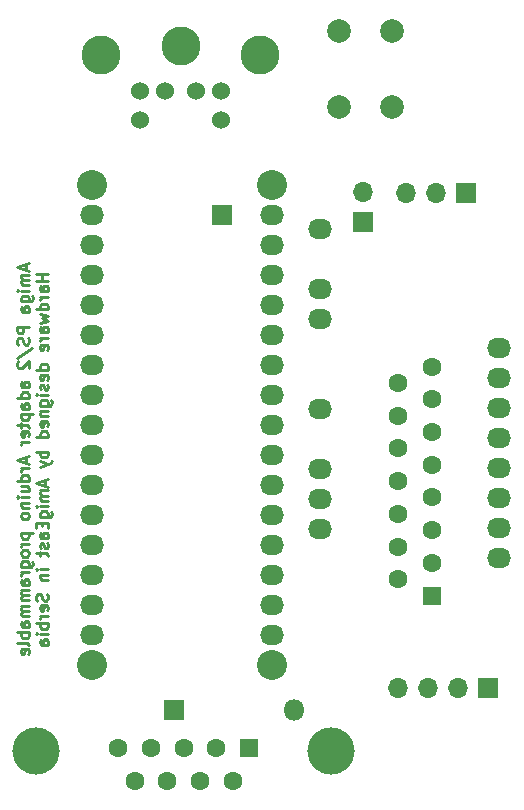
<source format=gbr>
%TF.GenerationSoftware,KiCad,Pcbnew,(6.0.2)*%
%TF.CreationDate,2024-03-24T18:16:07+01:00*%
%TF.ProjectId,amigaps2 revision1.105,616d6967-6170-4733-9220-726576697369,rev?*%
%TF.SameCoordinates,Original*%
%TF.FileFunction,Soldermask,Bot*%
%TF.FilePolarity,Negative*%
%FSLAX46Y46*%
G04 Gerber Fmt 4.6, Leading zero omitted, Abs format (unit mm)*
G04 Created by KiCad (PCBNEW (6.0.2)) date 2024-03-24 18:16:07*
%MOMM*%
%LPD*%
G01*
G04 APERTURE LIST*
%ADD10C,0.250000*%
%ADD11O,2.032000X1.727200*%
%ADD12C,2.540000*%
%ADD13R,1.700000X1.700000*%
%ADD14O,1.700000X1.700000*%
%ADD15C,1.600000*%
%ADD16C,4.000000*%
%ADD17R,1.600000X1.600000*%
%ADD18R,1.800000X1.800000*%
%ADD19O,1.800000X1.800000*%
%ADD20C,1.524000*%
%ADD21C,3.300000*%
%ADD22C,2.000000*%
G04 APERTURE END LIST*
D10*
X133851666Y-75386190D02*
X133851666Y-75862380D01*
X134137380Y-75290952D02*
X133137380Y-75624285D01*
X134137380Y-75957619D01*
X134137380Y-76290952D02*
X133470714Y-76290952D01*
X133565952Y-76290952D02*
X133518333Y-76338571D01*
X133470714Y-76433809D01*
X133470714Y-76576666D01*
X133518333Y-76671904D01*
X133613571Y-76719523D01*
X134137380Y-76719523D01*
X133613571Y-76719523D02*
X133518333Y-76767142D01*
X133470714Y-76862380D01*
X133470714Y-77005238D01*
X133518333Y-77100476D01*
X133613571Y-77148095D01*
X134137380Y-77148095D01*
X134137380Y-77624285D02*
X133470714Y-77624285D01*
X133137380Y-77624285D02*
X133185000Y-77576666D01*
X133232619Y-77624285D01*
X133185000Y-77671904D01*
X133137380Y-77624285D01*
X133232619Y-77624285D01*
X133470714Y-78529047D02*
X134280238Y-78529047D01*
X134375476Y-78481428D01*
X134423095Y-78433809D01*
X134470714Y-78338571D01*
X134470714Y-78195714D01*
X134423095Y-78100476D01*
X134089761Y-78529047D02*
X134137380Y-78433809D01*
X134137380Y-78243333D01*
X134089761Y-78148095D01*
X134042142Y-78100476D01*
X133946904Y-78052857D01*
X133661190Y-78052857D01*
X133565952Y-78100476D01*
X133518333Y-78148095D01*
X133470714Y-78243333D01*
X133470714Y-78433809D01*
X133518333Y-78529047D01*
X134137380Y-79433809D02*
X133613571Y-79433809D01*
X133518333Y-79386190D01*
X133470714Y-79290952D01*
X133470714Y-79100476D01*
X133518333Y-79005238D01*
X134089761Y-79433809D02*
X134137380Y-79338571D01*
X134137380Y-79100476D01*
X134089761Y-79005238D01*
X133994523Y-78957619D01*
X133899285Y-78957619D01*
X133804047Y-79005238D01*
X133756428Y-79100476D01*
X133756428Y-79338571D01*
X133708809Y-79433809D01*
X134137380Y-80671904D02*
X133137380Y-80671904D01*
X133137380Y-81052857D01*
X133185000Y-81148095D01*
X133232619Y-81195714D01*
X133327857Y-81243333D01*
X133470714Y-81243333D01*
X133565952Y-81195714D01*
X133613571Y-81148095D01*
X133661190Y-81052857D01*
X133661190Y-80671904D01*
X134089761Y-81624285D02*
X134137380Y-81767142D01*
X134137380Y-82005238D01*
X134089761Y-82100476D01*
X134042142Y-82148095D01*
X133946904Y-82195714D01*
X133851666Y-82195714D01*
X133756428Y-82148095D01*
X133708809Y-82100476D01*
X133661190Y-82005238D01*
X133613571Y-81814761D01*
X133565952Y-81719523D01*
X133518333Y-81671904D01*
X133423095Y-81624285D01*
X133327857Y-81624285D01*
X133232619Y-81671904D01*
X133185000Y-81719523D01*
X133137380Y-81814761D01*
X133137380Y-82052857D01*
X133185000Y-82195714D01*
X133089761Y-83338571D02*
X134375476Y-82481428D01*
X133232619Y-83624285D02*
X133185000Y-83671904D01*
X133137380Y-83767142D01*
X133137380Y-84005238D01*
X133185000Y-84100476D01*
X133232619Y-84148095D01*
X133327857Y-84195714D01*
X133423095Y-84195714D01*
X133565952Y-84148095D01*
X134137380Y-83576666D01*
X134137380Y-84195714D01*
X134137380Y-85814761D02*
X133613571Y-85814761D01*
X133518333Y-85767142D01*
X133470714Y-85671904D01*
X133470714Y-85481428D01*
X133518333Y-85386190D01*
X134089761Y-85814761D02*
X134137380Y-85719523D01*
X134137380Y-85481428D01*
X134089761Y-85386190D01*
X133994523Y-85338571D01*
X133899285Y-85338571D01*
X133804047Y-85386190D01*
X133756428Y-85481428D01*
X133756428Y-85719523D01*
X133708809Y-85814761D01*
X134137380Y-86719523D02*
X133137380Y-86719523D01*
X134089761Y-86719523D02*
X134137380Y-86624285D01*
X134137380Y-86433809D01*
X134089761Y-86338571D01*
X134042142Y-86290952D01*
X133946904Y-86243333D01*
X133661190Y-86243333D01*
X133565952Y-86290952D01*
X133518333Y-86338571D01*
X133470714Y-86433809D01*
X133470714Y-86624285D01*
X133518333Y-86719523D01*
X134137380Y-87624285D02*
X133613571Y-87624285D01*
X133518333Y-87576666D01*
X133470714Y-87481428D01*
X133470714Y-87290952D01*
X133518333Y-87195714D01*
X134089761Y-87624285D02*
X134137380Y-87529047D01*
X134137380Y-87290952D01*
X134089761Y-87195714D01*
X133994523Y-87148095D01*
X133899285Y-87148095D01*
X133804047Y-87195714D01*
X133756428Y-87290952D01*
X133756428Y-87529047D01*
X133708809Y-87624285D01*
X133470714Y-88100476D02*
X134470714Y-88100476D01*
X133518333Y-88100476D02*
X133470714Y-88195714D01*
X133470714Y-88386190D01*
X133518333Y-88481428D01*
X133565952Y-88529047D01*
X133661190Y-88576666D01*
X133946904Y-88576666D01*
X134042142Y-88529047D01*
X134089761Y-88481428D01*
X134137380Y-88386190D01*
X134137380Y-88195714D01*
X134089761Y-88100476D01*
X133470714Y-88862380D02*
X133470714Y-89243333D01*
X133137380Y-89005238D02*
X133994523Y-89005238D01*
X134089761Y-89052857D01*
X134137380Y-89148095D01*
X134137380Y-89243333D01*
X134089761Y-89957619D02*
X134137380Y-89862380D01*
X134137380Y-89671904D01*
X134089761Y-89576666D01*
X133994523Y-89529047D01*
X133613571Y-89529047D01*
X133518333Y-89576666D01*
X133470714Y-89671904D01*
X133470714Y-89862380D01*
X133518333Y-89957619D01*
X133613571Y-90005238D01*
X133708809Y-90005238D01*
X133804047Y-89529047D01*
X134137380Y-90433809D02*
X133470714Y-90433809D01*
X133661190Y-90433809D02*
X133565952Y-90481428D01*
X133518333Y-90529047D01*
X133470714Y-90624285D01*
X133470714Y-90719523D01*
X133851666Y-91767142D02*
X133851666Y-92243333D01*
X134137380Y-91671904D02*
X133137380Y-92005238D01*
X134137380Y-92338571D01*
X134137380Y-92671904D02*
X133470714Y-92671904D01*
X133661190Y-92671904D02*
X133565952Y-92719523D01*
X133518333Y-92767142D01*
X133470714Y-92862380D01*
X133470714Y-92957619D01*
X134137380Y-93719523D02*
X133137380Y-93719523D01*
X134089761Y-93719523D02*
X134137380Y-93624285D01*
X134137380Y-93433809D01*
X134089761Y-93338571D01*
X134042142Y-93290952D01*
X133946904Y-93243333D01*
X133661190Y-93243333D01*
X133565952Y-93290952D01*
X133518333Y-93338571D01*
X133470714Y-93433809D01*
X133470714Y-93624285D01*
X133518333Y-93719523D01*
X133470714Y-94624285D02*
X134137380Y-94624285D01*
X133470714Y-94195714D02*
X133994523Y-94195714D01*
X134089761Y-94243333D01*
X134137380Y-94338571D01*
X134137380Y-94481428D01*
X134089761Y-94576666D01*
X134042142Y-94624285D01*
X134137380Y-95100476D02*
X133470714Y-95100476D01*
X133137380Y-95100476D02*
X133185000Y-95052857D01*
X133232619Y-95100476D01*
X133185000Y-95148095D01*
X133137380Y-95100476D01*
X133232619Y-95100476D01*
X133470714Y-95576666D02*
X134137380Y-95576666D01*
X133565952Y-95576666D02*
X133518333Y-95624285D01*
X133470714Y-95719523D01*
X133470714Y-95862380D01*
X133518333Y-95957619D01*
X133613571Y-96005238D01*
X134137380Y-96005238D01*
X134137380Y-96624285D02*
X134089761Y-96529047D01*
X134042142Y-96481428D01*
X133946904Y-96433809D01*
X133661190Y-96433809D01*
X133565952Y-96481428D01*
X133518333Y-96529047D01*
X133470714Y-96624285D01*
X133470714Y-96767142D01*
X133518333Y-96862380D01*
X133565952Y-96909999D01*
X133661190Y-96957619D01*
X133946904Y-96957619D01*
X134042142Y-96909999D01*
X134089761Y-96862380D01*
X134137380Y-96767142D01*
X134137380Y-96624285D01*
X133470714Y-98148095D02*
X134470714Y-98148095D01*
X133518333Y-98148095D02*
X133470714Y-98243333D01*
X133470714Y-98433809D01*
X133518333Y-98529047D01*
X133565952Y-98576666D01*
X133661190Y-98624285D01*
X133946904Y-98624285D01*
X134042142Y-98576666D01*
X134089761Y-98529047D01*
X134137380Y-98433809D01*
X134137380Y-98243333D01*
X134089761Y-98148095D01*
X134137380Y-99052857D02*
X133470714Y-99052857D01*
X133661190Y-99052857D02*
X133565952Y-99100476D01*
X133518333Y-99148095D01*
X133470714Y-99243333D01*
X133470714Y-99338571D01*
X134137380Y-99814761D02*
X134089761Y-99719523D01*
X134042142Y-99671904D01*
X133946904Y-99624285D01*
X133661190Y-99624285D01*
X133565952Y-99671904D01*
X133518333Y-99719523D01*
X133470714Y-99814761D01*
X133470714Y-99957619D01*
X133518333Y-100052857D01*
X133565952Y-100100476D01*
X133661190Y-100148095D01*
X133946904Y-100148095D01*
X134042142Y-100100476D01*
X134089761Y-100052857D01*
X134137380Y-99957619D01*
X134137380Y-99814761D01*
X133470714Y-101005238D02*
X134280238Y-101005238D01*
X134375476Y-100957619D01*
X134423095Y-100909999D01*
X134470714Y-100814761D01*
X134470714Y-100671904D01*
X134423095Y-100576666D01*
X134089761Y-101005238D02*
X134137380Y-100909999D01*
X134137380Y-100719523D01*
X134089761Y-100624285D01*
X134042142Y-100576666D01*
X133946904Y-100529047D01*
X133661190Y-100529047D01*
X133565952Y-100576666D01*
X133518333Y-100624285D01*
X133470714Y-100719523D01*
X133470714Y-100909999D01*
X133518333Y-101005238D01*
X134137380Y-101481428D02*
X133470714Y-101481428D01*
X133661190Y-101481428D02*
X133565952Y-101529047D01*
X133518333Y-101576666D01*
X133470714Y-101671904D01*
X133470714Y-101767142D01*
X134137380Y-102529047D02*
X133613571Y-102529047D01*
X133518333Y-102481428D01*
X133470714Y-102386190D01*
X133470714Y-102195714D01*
X133518333Y-102100476D01*
X134089761Y-102529047D02*
X134137380Y-102433809D01*
X134137380Y-102195714D01*
X134089761Y-102100476D01*
X133994523Y-102052857D01*
X133899285Y-102052857D01*
X133804047Y-102100476D01*
X133756428Y-102195714D01*
X133756428Y-102433809D01*
X133708809Y-102529047D01*
X134137380Y-103005238D02*
X133470714Y-103005238D01*
X133565952Y-103005238D02*
X133518333Y-103052857D01*
X133470714Y-103148095D01*
X133470714Y-103290952D01*
X133518333Y-103386190D01*
X133613571Y-103433809D01*
X134137380Y-103433809D01*
X133613571Y-103433809D02*
X133518333Y-103481428D01*
X133470714Y-103576666D01*
X133470714Y-103719523D01*
X133518333Y-103814761D01*
X133613571Y-103862380D01*
X134137380Y-103862380D01*
X134137380Y-104338571D02*
X133470714Y-104338571D01*
X133565952Y-104338571D02*
X133518333Y-104386190D01*
X133470714Y-104481428D01*
X133470714Y-104624285D01*
X133518333Y-104719523D01*
X133613571Y-104767142D01*
X134137380Y-104767142D01*
X133613571Y-104767142D02*
X133518333Y-104814761D01*
X133470714Y-104909999D01*
X133470714Y-105052857D01*
X133518333Y-105148095D01*
X133613571Y-105195714D01*
X134137380Y-105195714D01*
X134137380Y-106100476D02*
X133613571Y-106100476D01*
X133518333Y-106052857D01*
X133470714Y-105957619D01*
X133470714Y-105767142D01*
X133518333Y-105671904D01*
X134089761Y-106100476D02*
X134137380Y-106005238D01*
X134137380Y-105767142D01*
X134089761Y-105671904D01*
X133994523Y-105624285D01*
X133899285Y-105624285D01*
X133804047Y-105671904D01*
X133756428Y-105767142D01*
X133756428Y-106005238D01*
X133708809Y-106100476D01*
X134137380Y-106576666D02*
X133137380Y-106576666D01*
X133518333Y-106576666D02*
X133470714Y-106671904D01*
X133470714Y-106862380D01*
X133518333Y-106957619D01*
X133565952Y-107005238D01*
X133661190Y-107052857D01*
X133946904Y-107052857D01*
X134042142Y-107005238D01*
X134089761Y-106957619D01*
X134137380Y-106862380D01*
X134137380Y-106671904D01*
X134089761Y-106576666D01*
X134137380Y-107624285D02*
X134089761Y-107529047D01*
X133994523Y-107481428D01*
X133137380Y-107481428D01*
X134089761Y-108386190D02*
X134137380Y-108290952D01*
X134137380Y-108100476D01*
X134089761Y-108005238D01*
X133994523Y-107957619D01*
X133613571Y-107957619D01*
X133518333Y-108005238D01*
X133470714Y-108100476D01*
X133470714Y-108290952D01*
X133518333Y-108386190D01*
X133613571Y-108433809D01*
X133708809Y-108433809D01*
X133804047Y-107957619D01*
X135747380Y-76219523D02*
X134747380Y-76219523D01*
X135223571Y-76219523D02*
X135223571Y-76790952D01*
X135747380Y-76790952D02*
X134747380Y-76790952D01*
X135747380Y-77695714D02*
X135223571Y-77695714D01*
X135128333Y-77648095D01*
X135080714Y-77552857D01*
X135080714Y-77362380D01*
X135128333Y-77267142D01*
X135699761Y-77695714D02*
X135747380Y-77600476D01*
X135747380Y-77362380D01*
X135699761Y-77267142D01*
X135604523Y-77219523D01*
X135509285Y-77219523D01*
X135414047Y-77267142D01*
X135366428Y-77362380D01*
X135366428Y-77600476D01*
X135318809Y-77695714D01*
X135747380Y-78171904D02*
X135080714Y-78171904D01*
X135271190Y-78171904D02*
X135175952Y-78219523D01*
X135128333Y-78267142D01*
X135080714Y-78362380D01*
X135080714Y-78457619D01*
X135747380Y-79219523D02*
X134747380Y-79219523D01*
X135699761Y-79219523D02*
X135747380Y-79124285D01*
X135747380Y-78933809D01*
X135699761Y-78838571D01*
X135652142Y-78790952D01*
X135556904Y-78743333D01*
X135271190Y-78743333D01*
X135175952Y-78790952D01*
X135128333Y-78838571D01*
X135080714Y-78933809D01*
X135080714Y-79124285D01*
X135128333Y-79219523D01*
X135080714Y-79600476D02*
X135747380Y-79790952D01*
X135271190Y-79981428D01*
X135747380Y-80171904D01*
X135080714Y-80362380D01*
X135747380Y-81171904D02*
X135223571Y-81171904D01*
X135128333Y-81124285D01*
X135080714Y-81029047D01*
X135080714Y-80838571D01*
X135128333Y-80743333D01*
X135699761Y-81171904D02*
X135747380Y-81076666D01*
X135747380Y-80838571D01*
X135699761Y-80743333D01*
X135604523Y-80695714D01*
X135509285Y-80695714D01*
X135414047Y-80743333D01*
X135366428Y-80838571D01*
X135366428Y-81076666D01*
X135318809Y-81171904D01*
X135747380Y-81648095D02*
X135080714Y-81648095D01*
X135271190Y-81648095D02*
X135175952Y-81695714D01*
X135128333Y-81743333D01*
X135080714Y-81838571D01*
X135080714Y-81933809D01*
X135699761Y-82648095D02*
X135747380Y-82552857D01*
X135747380Y-82362380D01*
X135699761Y-82267142D01*
X135604523Y-82219523D01*
X135223571Y-82219523D01*
X135128333Y-82267142D01*
X135080714Y-82362380D01*
X135080714Y-82552857D01*
X135128333Y-82648095D01*
X135223571Y-82695714D01*
X135318809Y-82695714D01*
X135414047Y-82219523D01*
X135747380Y-84314761D02*
X134747380Y-84314761D01*
X135699761Y-84314761D02*
X135747380Y-84219523D01*
X135747380Y-84029047D01*
X135699761Y-83933809D01*
X135652142Y-83886190D01*
X135556904Y-83838571D01*
X135271190Y-83838571D01*
X135175952Y-83886190D01*
X135128333Y-83933809D01*
X135080714Y-84029047D01*
X135080714Y-84219523D01*
X135128333Y-84314761D01*
X135699761Y-85171904D02*
X135747380Y-85076666D01*
X135747380Y-84886190D01*
X135699761Y-84790952D01*
X135604523Y-84743333D01*
X135223571Y-84743333D01*
X135128333Y-84790952D01*
X135080714Y-84886190D01*
X135080714Y-85076666D01*
X135128333Y-85171904D01*
X135223571Y-85219523D01*
X135318809Y-85219523D01*
X135414047Y-84743333D01*
X135699761Y-85600476D02*
X135747380Y-85695714D01*
X135747380Y-85886190D01*
X135699761Y-85981428D01*
X135604523Y-86029047D01*
X135556904Y-86029047D01*
X135461666Y-85981428D01*
X135414047Y-85886190D01*
X135414047Y-85743333D01*
X135366428Y-85648095D01*
X135271190Y-85600476D01*
X135223571Y-85600476D01*
X135128333Y-85648095D01*
X135080714Y-85743333D01*
X135080714Y-85886190D01*
X135128333Y-85981428D01*
X135747380Y-86457619D02*
X135080714Y-86457619D01*
X134747380Y-86457619D02*
X134795000Y-86410000D01*
X134842619Y-86457619D01*
X134795000Y-86505238D01*
X134747380Y-86457619D01*
X134842619Y-86457619D01*
X135080714Y-87362380D02*
X135890238Y-87362380D01*
X135985476Y-87314761D01*
X136033095Y-87267142D01*
X136080714Y-87171904D01*
X136080714Y-87029047D01*
X136033095Y-86933809D01*
X135699761Y-87362380D02*
X135747380Y-87267142D01*
X135747380Y-87076666D01*
X135699761Y-86981428D01*
X135652142Y-86933809D01*
X135556904Y-86886190D01*
X135271190Y-86886190D01*
X135175952Y-86933809D01*
X135128333Y-86981428D01*
X135080714Y-87076666D01*
X135080714Y-87267142D01*
X135128333Y-87362380D01*
X135080714Y-87838571D02*
X135747380Y-87838571D01*
X135175952Y-87838571D02*
X135128333Y-87886190D01*
X135080714Y-87981428D01*
X135080714Y-88124285D01*
X135128333Y-88219523D01*
X135223571Y-88267142D01*
X135747380Y-88267142D01*
X135699761Y-89124285D02*
X135747380Y-89029047D01*
X135747380Y-88838571D01*
X135699761Y-88743333D01*
X135604523Y-88695714D01*
X135223571Y-88695714D01*
X135128333Y-88743333D01*
X135080714Y-88838571D01*
X135080714Y-89029047D01*
X135128333Y-89124285D01*
X135223571Y-89171904D01*
X135318809Y-89171904D01*
X135414047Y-88695714D01*
X135747380Y-90029047D02*
X134747380Y-90029047D01*
X135699761Y-90029047D02*
X135747380Y-89933809D01*
X135747380Y-89743333D01*
X135699761Y-89648095D01*
X135652142Y-89600476D01*
X135556904Y-89552857D01*
X135271190Y-89552857D01*
X135175952Y-89600476D01*
X135128333Y-89648095D01*
X135080714Y-89743333D01*
X135080714Y-89933809D01*
X135128333Y-90029047D01*
X135747380Y-91267142D02*
X134747380Y-91267142D01*
X135128333Y-91267142D02*
X135080714Y-91362380D01*
X135080714Y-91552857D01*
X135128333Y-91648095D01*
X135175952Y-91695714D01*
X135271190Y-91743333D01*
X135556904Y-91743333D01*
X135652142Y-91695714D01*
X135699761Y-91648095D01*
X135747380Y-91552857D01*
X135747380Y-91362380D01*
X135699761Y-91267142D01*
X135080714Y-92076666D02*
X135747380Y-92314761D01*
X135080714Y-92552857D02*
X135747380Y-92314761D01*
X135985476Y-92219523D01*
X136033095Y-92171904D01*
X136080714Y-92076666D01*
X135461666Y-93648095D02*
X135461666Y-94124285D01*
X135747380Y-93552857D02*
X134747380Y-93886190D01*
X135747380Y-94219523D01*
X135747380Y-94552857D02*
X135080714Y-94552857D01*
X135175952Y-94552857D02*
X135128333Y-94600476D01*
X135080714Y-94695714D01*
X135080714Y-94838571D01*
X135128333Y-94933809D01*
X135223571Y-94981428D01*
X135747380Y-94981428D01*
X135223571Y-94981428D02*
X135128333Y-95029047D01*
X135080714Y-95124285D01*
X135080714Y-95267142D01*
X135128333Y-95362380D01*
X135223571Y-95409999D01*
X135747380Y-95409999D01*
X135747380Y-95886190D02*
X135080714Y-95886190D01*
X134747380Y-95886190D02*
X134795000Y-95838571D01*
X134842619Y-95886190D01*
X134795000Y-95933809D01*
X134747380Y-95886190D01*
X134842619Y-95886190D01*
X135080714Y-96790952D02*
X135890238Y-96790952D01*
X135985476Y-96743333D01*
X136033095Y-96695714D01*
X136080714Y-96600476D01*
X136080714Y-96457619D01*
X136033095Y-96362380D01*
X135699761Y-96790952D02*
X135747380Y-96695714D01*
X135747380Y-96505238D01*
X135699761Y-96409999D01*
X135652142Y-96362380D01*
X135556904Y-96314761D01*
X135271190Y-96314761D01*
X135175952Y-96362380D01*
X135128333Y-96409999D01*
X135080714Y-96505238D01*
X135080714Y-96695714D01*
X135128333Y-96790952D01*
X135223571Y-97267142D02*
X135223571Y-97600476D01*
X135747380Y-97743333D02*
X135747380Y-97267142D01*
X134747380Y-97267142D01*
X134747380Y-97743333D01*
X135747380Y-98600476D02*
X135223571Y-98600476D01*
X135128333Y-98552857D01*
X135080714Y-98457619D01*
X135080714Y-98267142D01*
X135128333Y-98171904D01*
X135699761Y-98600476D02*
X135747380Y-98505238D01*
X135747380Y-98267142D01*
X135699761Y-98171904D01*
X135604523Y-98124285D01*
X135509285Y-98124285D01*
X135414047Y-98171904D01*
X135366428Y-98267142D01*
X135366428Y-98505238D01*
X135318809Y-98600476D01*
X135699761Y-99029047D02*
X135747380Y-99124285D01*
X135747380Y-99314761D01*
X135699761Y-99409999D01*
X135604523Y-99457619D01*
X135556904Y-99457619D01*
X135461666Y-99409999D01*
X135414047Y-99314761D01*
X135414047Y-99171904D01*
X135366428Y-99076666D01*
X135271190Y-99029047D01*
X135223571Y-99029047D01*
X135128333Y-99076666D01*
X135080714Y-99171904D01*
X135080714Y-99314761D01*
X135128333Y-99409999D01*
X135080714Y-99743333D02*
X135080714Y-100124285D01*
X134747380Y-99886190D02*
X135604523Y-99886190D01*
X135699761Y-99933809D01*
X135747380Y-100029047D01*
X135747380Y-100124285D01*
X135747380Y-101219523D02*
X135080714Y-101219523D01*
X134747380Y-101219523D02*
X134795000Y-101171904D01*
X134842619Y-101219523D01*
X134795000Y-101267142D01*
X134747380Y-101219523D01*
X134842619Y-101219523D01*
X135080714Y-101695714D02*
X135747380Y-101695714D01*
X135175952Y-101695714D02*
X135128333Y-101743333D01*
X135080714Y-101838571D01*
X135080714Y-101981428D01*
X135128333Y-102076666D01*
X135223571Y-102124285D01*
X135747380Y-102124285D01*
X135699761Y-103314761D02*
X135747380Y-103457619D01*
X135747380Y-103695714D01*
X135699761Y-103790952D01*
X135652142Y-103838571D01*
X135556904Y-103886190D01*
X135461666Y-103886190D01*
X135366428Y-103838571D01*
X135318809Y-103790952D01*
X135271190Y-103695714D01*
X135223571Y-103505238D01*
X135175952Y-103409999D01*
X135128333Y-103362380D01*
X135033095Y-103314761D01*
X134937857Y-103314761D01*
X134842619Y-103362380D01*
X134795000Y-103409999D01*
X134747380Y-103505238D01*
X134747380Y-103743333D01*
X134795000Y-103886190D01*
X135699761Y-104695714D02*
X135747380Y-104600476D01*
X135747380Y-104409999D01*
X135699761Y-104314761D01*
X135604523Y-104267142D01*
X135223571Y-104267142D01*
X135128333Y-104314761D01*
X135080714Y-104409999D01*
X135080714Y-104600476D01*
X135128333Y-104695714D01*
X135223571Y-104743333D01*
X135318809Y-104743333D01*
X135414047Y-104267142D01*
X135747380Y-105171904D02*
X135080714Y-105171904D01*
X135271190Y-105171904D02*
X135175952Y-105219523D01*
X135128333Y-105267142D01*
X135080714Y-105362380D01*
X135080714Y-105457619D01*
X135747380Y-105790952D02*
X134747380Y-105790952D01*
X135128333Y-105790952D02*
X135080714Y-105886190D01*
X135080714Y-106076666D01*
X135128333Y-106171904D01*
X135175952Y-106219523D01*
X135271190Y-106267142D01*
X135556904Y-106267142D01*
X135652142Y-106219523D01*
X135699761Y-106171904D01*
X135747380Y-106076666D01*
X135747380Y-105886190D01*
X135699761Y-105790952D01*
X135747380Y-106695714D02*
X135080714Y-106695714D01*
X134747380Y-106695714D02*
X134795000Y-106648095D01*
X134842619Y-106695714D01*
X134795000Y-106743333D01*
X134747380Y-106695714D01*
X134842619Y-106695714D01*
X135747380Y-107600476D02*
X135223571Y-107600476D01*
X135128333Y-107552857D01*
X135080714Y-107457619D01*
X135080714Y-107267142D01*
X135128333Y-107171904D01*
X135699761Y-107600476D02*
X135747380Y-107505238D01*
X135747380Y-107267142D01*
X135699761Y-107171904D01*
X135604523Y-107124285D01*
X135509285Y-107124285D01*
X135414047Y-107171904D01*
X135366428Y-107267142D01*
X135366428Y-107505238D01*
X135318809Y-107600476D01*
D11*
%TO.C,P1*%
X139446000Y-71247000D03*
X139446000Y-73787000D03*
X139446000Y-76327000D03*
X139446000Y-78867000D03*
X139446000Y-81407000D03*
X139446000Y-83947000D03*
X139446000Y-86487000D03*
X139446000Y-91567000D03*
X139446000Y-94107000D03*
X139446000Y-96647000D03*
X139446000Y-99187000D03*
X139446000Y-101727000D03*
X139446000Y-104267000D03*
X139446000Y-106807000D03*
X139446000Y-89027000D03*
%TD*%
%TO.C,P2*%
X154686000Y-71247000D03*
X154686000Y-73787000D03*
X154686000Y-76327000D03*
X154686000Y-78867000D03*
X154686000Y-81407000D03*
X154686000Y-83947000D03*
X154686000Y-86487000D03*
X154686000Y-89027000D03*
X154686000Y-91567000D03*
X154686000Y-94107000D03*
X154686000Y-96647000D03*
X154686000Y-99187000D03*
X154686000Y-101727000D03*
X154686000Y-104267000D03*
X154686000Y-106807000D03*
%TD*%
D12*
%TO.C,P3*%
X139446000Y-68707000D03*
%TD*%
%TO.C,P4*%
X139446000Y-109347000D03*
%TD*%
%TO.C,P5*%
X154686000Y-109347000D03*
%TD*%
%TO.C,P6*%
X154686000Y-68707000D03*
%TD*%
D11*
%TO.C,*%
X173959507Y-97770000D03*
%TD*%
%TO.C,*%
X173959507Y-85070000D03*
%TD*%
D13*
%TO.C,REF\u002A\u002A*%
X162458400Y-71780400D03*
D14*
X162458400Y-69240400D03*
%TD*%
D15*
%TO.C,*%
X165384200Y-93759200D03*
%TD*%
D11*
%TO.C,*%
X173959507Y-95230000D03*
%TD*%
%TO.C,*%
X158750000Y-80010000D03*
%TD*%
D15*
%TO.C,*%
X165384200Y-96529200D03*
%TD*%
D11*
%TO.C,*%
X173959507Y-100310000D03*
%TD*%
%TO.C,*%
X173959507Y-90150000D03*
%TD*%
%TO.C,*%
X173959507Y-87610000D03*
%TD*%
D15*
%TO.C,*%
X165384200Y-102069200D03*
%TD*%
D13*
%TO.C,CONFIG*%
X171181000Y-69367000D03*
D14*
X168641000Y-69367000D03*
X166101000Y-69367000D03*
%TD*%
D15*
%TO.C,*%
X168224200Y-89604200D03*
%TD*%
D11*
%TO.C,*%
X158750000Y-87630000D03*
%TD*%
D16*
%TO.C,Female DSUB9 connector*%
X134741000Y-116632000D03*
X159741000Y-116632000D03*
D15*
X148626000Y-119172000D03*
X145856000Y-119172000D03*
X150011000Y-116332000D03*
X144471000Y-116332000D03*
X151396000Y-119172000D03*
X141701000Y-116332000D03*
X143086000Y-119172000D03*
D17*
X152781000Y-116332000D03*
D15*
X147241000Y-116332000D03*
%TD*%
D18*
%TO.C,DIODE*%
X146431000Y-113157000D03*
D19*
X156591000Y-113157000D03*
%TD*%
D11*
%TO.C,*%
X158750000Y-95250000D03*
%TD*%
D15*
%TO.C,*%
X168224200Y-95144200D03*
%TD*%
%TO.C,*%
X168224200Y-84064200D03*
%TD*%
D20*
%TO.C,J1*%
X143568000Y-60706000D03*
X150368000Y-60706000D03*
D21*
X146968000Y-56906000D03*
X140218000Y-57706000D03*
X153718000Y-57706000D03*
D20*
X143568000Y-63206000D03*
X150368000Y-63206000D03*
X145668000Y-60706000D03*
X148268000Y-60706000D03*
%TD*%
D17*
%TO.C,*%
X168224200Y-103454200D03*
%TD*%
D13*
%TO.C,REF\u002A\u002A*%
X173024800Y-111252000D03*
D14*
X170484800Y-111252000D03*
X167944800Y-111252000D03*
X165404800Y-111252000D03*
%TD*%
D11*
%TO.C,*%
X158750000Y-77470000D03*
%TD*%
D15*
%TO.C,*%
X165384200Y-90989200D03*
%TD*%
D11*
%TO.C,*%
X173959507Y-82530000D03*
%TD*%
D15*
%TO.C,*%
X168224200Y-100684200D03*
%TD*%
D11*
%TO.C,*%
X173959507Y-92690000D03*
%TD*%
%TO.C,*%
X158750000Y-97790000D03*
%TD*%
D15*
%TO.C,*%
X168224200Y-97914200D03*
%TD*%
D22*
%TO.C,MouseDPI*%
X164846000Y-62126000D03*
X164846000Y-55626000D03*
X160346000Y-62126000D03*
X160346000Y-55626000D03*
%TD*%
D13*
%TO.C,REF\u002A\u002A*%
X150469600Y-71221600D03*
%TD*%
D15*
%TO.C,*%
X165384200Y-99299200D03*
%TD*%
%TO.C,*%
X165384200Y-85449200D03*
%TD*%
D11*
%TO.C,*%
X158750000Y-72390000D03*
%TD*%
%TO.C,*%
X158750000Y-92710000D03*
%TD*%
D15*
%TO.C,*%
X168224200Y-86834200D03*
%TD*%
%TO.C,*%
X165384200Y-88219200D03*
%TD*%
%TO.C,*%
X168224200Y-92374200D03*
%TD*%
M02*

</source>
